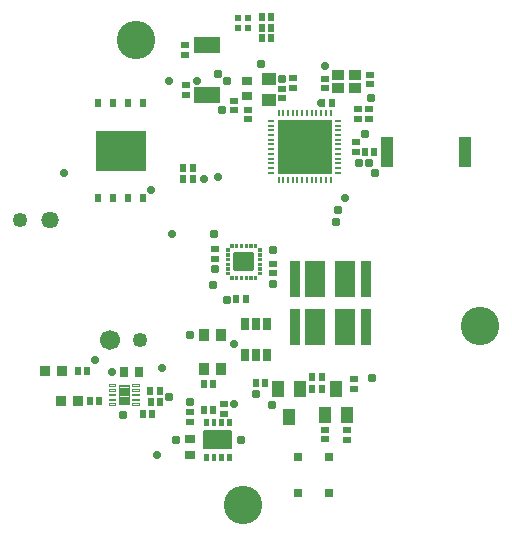
<source format=gts>
G75*
%MOIN*%
%OFA0B0*%
%FSLAX25Y25*%
%IPPOS*%
%LPD*%
%AMOC8*
5,1,8,0,0,1.08239X$1,22.5*
%
%ADD10C,0.12798*%
%ADD11R,0.06893X0.12011*%
%ADD12R,0.03350X0.12011*%
%ADD13R,0.02917X0.04098*%
%ADD14R,0.02956X0.02169*%
%ADD15R,0.03743X0.02956*%
%ADD16R,0.02169X0.02956*%
%ADD17R,0.02169X0.00987*%
%ADD18R,0.00987X0.02169*%
%ADD19R,0.18310X0.18310*%
%ADD20R,0.02956X0.03743*%
%ADD21R,0.03350X0.03350*%
%ADD22C,0.00494*%
%ADD23C,0.00374*%
%ADD24C,0.00650*%
%ADD25C,0.00138*%
%ADD26R,0.03743X0.04137*%
%ADD27R,0.04200X0.10200*%
%ADD28R,0.04137X0.05712*%
%ADD29R,0.01972X0.01972*%
%ADD30R,0.03940X0.03546*%
%ADD31R,0.04531X0.04137*%
%ADD32R,0.02700X0.02800*%
%ADD33C,0.00197*%
%ADD34C,0.01253*%
%ADD35R,0.08861X0.05318*%
%ADD36R,0.02169X0.03153*%
%ADD37R,0.17100X0.13600*%
%ADD38C,0.05543*%
%ADD39C,0.05743*%
%ADD40C,0.06496*%
%ADD41C,0.06696*%
%ADD42C,0.04924*%
%ADD43C,0.03000*%
%ADD44C,0.03200*%
%ADD45C,0.02919*%
%ADD46C,0.03119*%
%ADD47C,0.02900*%
%ADD48C,0.03100*%
%ADD49C,0.02600*%
%ADD50C,0.02800*%
D10*
X0054300Y0163700D03*
X0169000Y0068400D03*
X0090000Y0008800D03*
D11*
X0123841Y0083974D03*
X0123841Y0068226D03*
X0113959Y0068226D03*
X0113959Y0083974D03*
D12*
X0130731Y0083974D03*
X0130731Y0068226D03*
X0107069Y0068226D03*
X0107069Y0083974D03*
D13*
X0098040Y0069018D03*
X0094300Y0069018D03*
X0090560Y0069018D03*
X0090560Y0058782D03*
X0094300Y0058782D03*
X0098040Y0058782D03*
D14*
X0127500Y0129775D03*
X0127500Y0126625D03*
X0128200Y0140675D03*
X0128200Y0137525D03*
X0131800Y0140675D03*
X0131800Y0137525D03*
X0132200Y0149125D03*
X0132200Y0152275D03*
X0117100Y0150875D03*
X0117100Y0147725D03*
X0102900Y0147575D03*
X0102900Y0144425D03*
X0091500Y0140475D03*
X0091500Y0137325D03*
X0086722Y0140437D03*
X0086722Y0143587D03*
X0083400Y0042375D03*
X0083400Y0039225D03*
X0072300Y0039675D03*
X0072300Y0036525D03*
X0080700Y0090825D03*
X0080700Y0093975D03*
X0100000Y0089175D03*
X0100000Y0086025D03*
X0117100Y0030725D03*
X0117100Y0033875D03*
X0124700Y0033775D03*
X0124700Y0030625D03*
X0127000Y0047525D03*
X0127000Y0050675D03*
X0106600Y0151075D03*
X0106600Y0147925D03*
X0070400Y0158925D03*
X0070400Y0162075D03*
X0070900Y0148675D03*
X0070900Y0145525D03*
D15*
X0091200Y0150159D03*
X0091200Y0145041D03*
X0072200Y0030659D03*
X0072200Y0025541D03*
D16*
X0116325Y0142900D03*
X0119475Y0142900D03*
X0059575Y0039200D03*
X0056425Y0039200D03*
X0079975Y0049300D03*
X0076825Y0049300D03*
X0094133Y0049385D03*
X0097282Y0049385D03*
X0087625Y0077400D03*
X0090775Y0077400D03*
X0116075Y0051500D03*
X0112925Y0051500D03*
X0116075Y0047500D03*
X0112925Y0047500D03*
X0079975Y0040500D03*
X0076825Y0040500D03*
X0034725Y0053400D03*
X0037875Y0053400D03*
X0038725Y0043600D03*
X0041875Y0043600D03*
X0062275Y0043000D03*
X0059125Y0043000D03*
X0062175Y0046700D03*
X0059025Y0046700D03*
X0099275Y0171400D03*
X0096125Y0171400D03*
X0099275Y0164500D03*
X0096125Y0164500D03*
X0099275Y0167900D03*
X0096125Y0167900D03*
X0130525Y0126600D03*
X0133675Y0126600D03*
X0069925Y0121000D03*
X0073075Y0121000D03*
X0073175Y0117500D03*
X0070025Y0117500D03*
D17*
X0099180Y0136861D03*
X0099180Y0135287D03*
X0099180Y0133712D03*
X0099180Y0132137D03*
X0099180Y0130562D03*
X0099180Y0128987D03*
X0099180Y0127413D03*
X0099180Y0125838D03*
X0099180Y0124263D03*
X0099180Y0122688D03*
X0099180Y0121113D03*
X0099180Y0119539D03*
X0121620Y0119539D03*
X0121620Y0121113D03*
X0121620Y0122688D03*
X0121620Y0124263D03*
X0121620Y0125838D03*
X0121620Y0127413D03*
X0121620Y0128987D03*
X0121620Y0130562D03*
X0121620Y0132137D03*
X0121620Y0133712D03*
X0121620Y0135287D03*
X0121620Y0136861D03*
D18*
X0101739Y0116980D03*
X0103313Y0116980D03*
X0104888Y0116980D03*
X0106463Y0116980D03*
X0108038Y0116980D03*
X0109613Y0116980D03*
X0111187Y0116980D03*
X0112762Y0116980D03*
X0114337Y0116980D03*
X0115912Y0116980D03*
X0117487Y0116980D03*
X0119061Y0116980D03*
X0119061Y0139420D03*
X0117487Y0139420D03*
X0115912Y0139420D03*
X0114337Y0139420D03*
X0112762Y0139420D03*
X0111187Y0139420D03*
X0109613Y0139420D03*
X0108038Y0139420D03*
X0106463Y0139420D03*
X0104888Y0139420D03*
X0103313Y0139420D03*
X0101739Y0139420D03*
D19*
X0110400Y0128200D03*
D20*
X0050141Y0053300D03*
X0055259Y0053300D03*
D21*
X0029653Y0053400D03*
X0023747Y0053400D03*
X0034953Y0043600D03*
X0029047Y0043600D03*
D22*
X0047197Y0048504D02*
X0045129Y0048504D01*
X0045129Y0048996D01*
X0047197Y0048996D01*
X0047197Y0048504D01*
X0047197Y0046929D02*
X0045129Y0046929D01*
X0045129Y0047421D01*
X0047197Y0047421D01*
X0047197Y0046929D01*
X0047197Y0045354D02*
X0045129Y0045354D01*
X0045129Y0045846D01*
X0047197Y0045846D01*
X0047197Y0045354D01*
X0047197Y0043779D02*
X0045129Y0043779D01*
X0045129Y0044271D01*
X0047197Y0044271D01*
X0047197Y0043779D01*
X0047197Y0042204D02*
X0045129Y0042204D01*
X0045129Y0042696D01*
X0047197Y0042696D01*
X0047197Y0042204D01*
X0055071Y0042204D02*
X0053003Y0042204D01*
X0053003Y0042696D01*
X0055071Y0042696D01*
X0055071Y0042204D01*
X0055071Y0043779D02*
X0053003Y0043779D01*
X0053003Y0044271D01*
X0055071Y0044271D01*
X0055071Y0043779D01*
X0055071Y0045354D02*
X0053003Y0045354D01*
X0053003Y0045846D01*
X0055071Y0045846D01*
X0055071Y0045354D01*
X0055071Y0046929D02*
X0053003Y0046929D01*
X0053003Y0047421D01*
X0055071Y0047421D01*
X0055071Y0046929D01*
X0055071Y0048504D02*
X0053003Y0048504D01*
X0053003Y0048996D01*
X0055071Y0048996D01*
X0055071Y0048504D01*
D23*
X0051784Y0048859D02*
X0051784Y0042341D01*
X0048416Y0042341D01*
X0048416Y0048859D01*
X0051784Y0048859D01*
X0051784Y0042714D02*
X0048416Y0042714D01*
X0048416Y0043087D02*
X0051784Y0043087D01*
X0051784Y0043460D02*
X0048416Y0043460D01*
X0048416Y0043833D02*
X0051784Y0043833D01*
X0051784Y0044206D02*
X0048416Y0044206D01*
X0048416Y0044579D02*
X0051784Y0044579D01*
X0051784Y0044952D02*
X0048416Y0044952D01*
X0048416Y0045325D02*
X0051784Y0045325D01*
X0051784Y0045698D02*
X0048416Y0045698D01*
X0048416Y0046071D02*
X0051784Y0046071D01*
X0051784Y0046444D02*
X0048416Y0046444D01*
X0048416Y0046817D02*
X0051784Y0046817D01*
X0051784Y0047190D02*
X0048416Y0047190D01*
X0048416Y0047563D02*
X0051784Y0047563D01*
X0051784Y0047936D02*
X0048416Y0047936D01*
X0048416Y0048309D02*
X0051784Y0048309D01*
X0051784Y0048682D02*
X0048416Y0048682D01*
D24*
X0085799Y0033524D02*
X0085799Y0027676D01*
X0076801Y0027676D01*
X0076801Y0033524D01*
X0085799Y0033524D01*
X0085799Y0028325D02*
X0076801Y0028325D01*
X0076801Y0028974D02*
X0085799Y0028974D01*
X0085799Y0029623D02*
X0076801Y0029623D01*
X0076801Y0030272D02*
X0085799Y0030272D01*
X0085799Y0030921D02*
X0076801Y0030921D01*
X0076801Y0031570D02*
X0085799Y0031570D01*
X0085799Y0032219D02*
X0076801Y0032219D01*
X0076801Y0032868D02*
X0085799Y0032868D01*
X0085799Y0033517D02*
X0076801Y0033517D01*
D25*
X0078082Y0025709D02*
X0078082Y0023679D01*
X0076840Y0023679D01*
X0076840Y0025709D01*
X0078082Y0025709D01*
X0078082Y0023816D02*
X0076840Y0023816D01*
X0076840Y0023953D02*
X0078082Y0023953D01*
X0078082Y0024090D02*
X0076840Y0024090D01*
X0076840Y0024227D02*
X0078082Y0024227D01*
X0078082Y0024364D02*
X0076840Y0024364D01*
X0076840Y0024501D02*
X0078082Y0024501D01*
X0078082Y0024638D02*
X0076840Y0024638D01*
X0076840Y0024775D02*
X0078082Y0024775D01*
X0078082Y0024912D02*
X0076840Y0024912D01*
X0076840Y0025049D02*
X0078082Y0025049D01*
X0078082Y0025186D02*
X0076840Y0025186D01*
X0076840Y0025323D02*
X0078082Y0025323D01*
X0078082Y0025460D02*
X0076840Y0025460D01*
X0076840Y0025597D02*
X0078082Y0025597D01*
X0080641Y0025709D02*
X0080641Y0023679D01*
X0079399Y0023679D01*
X0079399Y0025709D01*
X0080641Y0025709D01*
X0080641Y0023816D02*
X0079399Y0023816D01*
X0079399Y0023953D02*
X0080641Y0023953D01*
X0080641Y0024090D02*
X0079399Y0024090D01*
X0079399Y0024227D02*
X0080641Y0024227D01*
X0080641Y0024364D02*
X0079399Y0024364D01*
X0079399Y0024501D02*
X0080641Y0024501D01*
X0080641Y0024638D02*
X0079399Y0024638D01*
X0079399Y0024775D02*
X0080641Y0024775D01*
X0080641Y0024912D02*
X0079399Y0024912D01*
X0079399Y0025049D02*
X0080641Y0025049D01*
X0080641Y0025186D02*
X0079399Y0025186D01*
X0079399Y0025323D02*
X0080641Y0025323D01*
X0080641Y0025460D02*
X0079399Y0025460D01*
X0079399Y0025597D02*
X0080641Y0025597D01*
X0083201Y0025709D02*
X0083201Y0023679D01*
X0081959Y0023679D01*
X0081959Y0025709D01*
X0083201Y0025709D01*
X0083201Y0023816D02*
X0081959Y0023816D01*
X0081959Y0023953D02*
X0083201Y0023953D01*
X0083201Y0024090D02*
X0081959Y0024090D01*
X0081959Y0024227D02*
X0083201Y0024227D01*
X0083201Y0024364D02*
X0081959Y0024364D01*
X0081959Y0024501D02*
X0083201Y0024501D01*
X0083201Y0024638D02*
X0081959Y0024638D01*
X0081959Y0024775D02*
X0083201Y0024775D01*
X0083201Y0024912D02*
X0081959Y0024912D01*
X0081959Y0025049D02*
X0083201Y0025049D01*
X0083201Y0025186D02*
X0081959Y0025186D01*
X0081959Y0025323D02*
X0083201Y0025323D01*
X0083201Y0025460D02*
X0081959Y0025460D01*
X0081959Y0025597D02*
X0083201Y0025597D01*
X0085760Y0025709D02*
X0085760Y0023679D01*
X0084518Y0023679D01*
X0084518Y0025709D01*
X0085760Y0025709D01*
X0085760Y0023816D02*
X0084518Y0023816D01*
X0084518Y0023953D02*
X0085760Y0023953D01*
X0085760Y0024090D02*
X0084518Y0024090D01*
X0084518Y0024227D02*
X0085760Y0024227D01*
X0085760Y0024364D02*
X0084518Y0024364D01*
X0084518Y0024501D02*
X0085760Y0024501D01*
X0085760Y0024638D02*
X0084518Y0024638D01*
X0084518Y0024775D02*
X0085760Y0024775D01*
X0085760Y0024912D02*
X0084518Y0024912D01*
X0084518Y0025049D02*
X0085760Y0025049D01*
X0085760Y0025186D02*
X0084518Y0025186D01*
X0084518Y0025323D02*
X0085760Y0025323D01*
X0085760Y0025460D02*
X0084518Y0025460D01*
X0084518Y0025597D02*
X0085760Y0025597D01*
X0085760Y0037521D02*
X0085760Y0035491D01*
X0084518Y0035491D01*
X0084518Y0037521D01*
X0085760Y0037521D01*
X0085760Y0035628D02*
X0084518Y0035628D01*
X0084518Y0035765D02*
X0085760Y0035765D01*
X0085760Y0035902D02*
X0084518Y0035902D01*
X0084518Y0036039D02*
X0085760Y0036039D01*
X0085760Y0036176D02*
X0084518Y0036176D01*
X0084518Y0036313D02*
X0085760Y0036313D01*
X0085760Y0036450D02*
X0084518Y0036450D01*
X0084518Y0036587D02*
X0085760Y0036587D01*
X0085760Y0036724D02*
X0084518Y0036724D01*
X0084518Y0036861D02*
X0085760Y0036861D01*
X0085760Y0036998D02*
X0084518Y0036998D01*
X0084518Y0037135D02*
X0085760Y0037135D01*
X0085760Y0037272D02*
X0084518Y0037272D01*
X0084518Y0037409D02*
X0085760Y0037409D01*
X0083201Y0037521D02*
X0083201Y0035491D01*
X0081959Y0035491D01*
X0081959Y0037521D01*
X0083201Y0037521D01*
X0083201Y0035628D02*
X0081959Y0035628D01*
X0081959Y0035765D02*
X0083201Y0035765D01*
X0083201Y0035902D02*
X0081959Y0035902D01*
X0081959Y0036039D02*
X0083201Y0036039D01*
X0083201Y0036176D02*
X0081959Y0036176D01*
X0081959Y0036313D02*
X0083201Y0036313D01*
X0083201Y0036450D02*
X0081959Y0036450D01*
X0081959Y0036587D02*
X0083201Y0036587D01*
X0083201Y0036724D02*
X0081959Y0036724D01*
X0081959Y0036861D02*
X0083201Y0036861D01*
X0083201Y0036998D02*
X0081959Y0036998D01*
X0081959Y0037135D02*
X0083201Y0037135D01*
X0083201Y0037272D02*
X0081959Y0037272D01*
X0081959Y0037409D02*
X0083201Y0037409D01*
X0080641Y0037521D02*
X0080641Y0035491D01*
X0079399Y0035491D01*
X0079399Y0037521D01*
X0080641Y0037521D01*
X0080641Y0035628D02*
X0079399Y0035628D01*
X0079399Y0035765D02*
X0080641Y0035765D01*
X0080641Y0035902D02*
X0079399Y0035902D01*
X0079399Y0036039D02*
X0080641Y0036039D01*
X0080641Y0036176D02*
X0079399Y0036176D01*
X0079399Y0036313D02*
X0080641Y0036313D01*
X0080641Y0036450D02*
X0079399Y0036450D01*
X0079399Y0036587D02*
X0080641Y0036587D01*
X0080641Y0036724D02*
X0079399Y0036724D01*
X0079399Y0036861D02*
X0080641Y0036861D01*
X0080641Y0036998D02*
X0079399Y0036998D01*
X0079399Y0037135D02*
X0080641Y0037135D01*
X0080641Y0037272D02*
X0079399Y0037272D01*
X0079399Y0037409D02*
X0080641Y0037409D01*
X0078082Y0037521D02*
X0078082Y0035491D01*
X0076840Y0035491D01*
X0076840Y0037521D01*
X0078082Y0037521D01*
X0078082Y0035628D02*
X0076840Y0035628D01*
X0076840Y0035765D02*
X0078082Y0035765D01*
X0078082Y0035902D02*
X0076840Y0035902D01*
X0076840Y0036039D02*
X0078082Y0036039D01*
X0078082Y0036176D02*
X0076840Y0036176D01*
X0076840Y0036313D02*
X0078082Y0036313D01*
X0078082Y0036450D02*
X0076840Y0036450D01*
X0076840Y0036587D02*
X0078082Y0036587D01*
X0078082Y0036724D02*
X0076840Y0036724D01*
X0076840Y0036861D02*
X0078082Y0036861D01*
X0078082Y0036998D02*
X0076840Y0036998D01*
X0076840Y0037135D02*
X0078082Y0037135D01*
X0078082Y0037272D02*
X0076840Y0037272D01*
X0076840Y0037409D02*
X0078082Y0037409D01*
D26*
X0082653Y0065609D03*
X0076747Y0065609D03*
X0076747Y0054191D03*
X0082653Y0054191D03*
D27*
X0138000Y0126600D03*
X0164000Y0126600D03*
D28*
X0120884Y0047540D03*
X0124624Y0038878D03*
X0117144Y0038878D03*
X0105120Y0038052D03*
X0101380Y0047501D03*
X0108860Y0047501D03*
D29*
X0088327Y0171173D03*
X0091673Y0171173D03*
X0091673Y0167827D03*
X0088327Y0167827D03*
D30*
X0121646Y0147736D03*
X0127354Y0147736D03*
X0127354Y0152264D03*
X0121646Y0152264D03*
D31*
X0098700Y0143954D03*
X0098700Y0150646D03*
D32*
X0118440Y0024900D03*
X0118440Y0012700D03*
X0108360Y0024900D03*
X0108360Y0012700D03*
D33*
X0085277Y0094332D02*
X0085277Y0093542D01*
X0084093Y0093542D01*
X0084093Y0094332D01*
X0085277Y0094332D01*
X0085277Y0093738D02*
X0084093Y0093738D01*
X0084093Y0093934D02*
X0085277Y0093934D01*
X0085277Y0094130D02*
X0084093Y0094130D01*
X0084093Y0094326D02*
X0085277Y0094326D01*
X0085277Y0092757D02*
X0085277Y0091967D01*
X0084093Y0091967D01*
X0084093Y0092757D01*
X0085277Y0092757D01*
X0085277Y0092163D02*
X0084093Y0092163D01*
X0084093Y0092359D02*
X0085277Y0092359D01*
X0085277Y0092555D02*
X0084093Y0092555D01*
X0084093Y0092751D02*
X0085277Y0092751D01*
X0085277Y0091182D02*
X0085277Y0090392D01*
X0084093Y0090392D01*
X0084093Y0091182D01*
X0085277Y0091182D01*
X0085277Y0090588D02*
X0084093Y0090588D01*
X0084093Y0090784D02*
X0085277Y0090784D01*
X0085277Y0090980D02*
X0084093Y0090980D01*
X0084093Y0091176D02*
X0085277Y0091176D01*
X0085277Y0089608D02*
X0085277Y0088818D01*
X0084093Y0088818D01*
X0084093Y0089608D01*
X0085277Y0089608D01*
X0085277Y0089014D02*
X0084093Y0089014D01*
X0084093Y0089210D02*
X0085277Y0089210D01*
X0085277Y0089406D02*
X0084093Y0089406D01*
X0084093Y0089602D02*
X0085277Y0089602D01*
X0085277Y0088033D02*
X0085277Y0087243D01*
X0084093Y0087243D01*
X0084093Y0088033D01*
X0085277Y0088033D01*
X0085277Y0087439D02*
X0084093Y0087439D01*
X0084093Y0087635D02*
X0085277Y0087635D01*
X0085277Y0087831D02*
X0084093Y0087831D01*
X0084093Y0088027D02*
X0085277Y0088027D01*
X0085277Y0086458D02*
X0085277Y0085668D01*
X0084093Y0085668D01*
X0084093Y0086458D01*
X0085277Y0086458D01*
X0085277Y0085864D02*
X0084093Y0085864D01*
X0084093Y0086060D02*
X0085277Y0086060D01*
X0085277Y0086256D02*
X0084093Y0086256D01*
X0084093Y0086452D02*
X0085277Y0086452D01*
X0086458Y0084093D02*
X0085668Y0084093D01*
X0085668Y0085277D01*
X0086458Y0085277D01*
X0086458Y0084093D01*
X0086458Y0084289D02*
X0085668Y0084289D01*
X0085668Y0084485D02*
X0086458Y0084485D01*
X0086458Y0084681D02*
X0085668Y0084681D01*
X0085668Y0084877D02*
X0086458Y0084877D01*
X0086458Y0085073D02*
X0085668Y0085073D01*
X0085668Y0085269D02*
X0086458Y0085269D01*
X0088033Y0084093D02*
X0087243Y0084093D01*
X0087243Y0085277D01*
X0088033Y0085277D01*
X0088033Y0084093D01*
X0088033Y0084289D02*
X0087243Y0084289D01*
X0087243Y0084485D02*
X0088033Y0084485D01*
X0088033Y0084681D02*
X0087243Y0084681D01*
X0087243Y0084877D02*
X0088033Y0084877D01*
X0088033Y0085073D02*
X0087243Y0085073D01*
X0087243Y0085269D02*
X0088033Y0085269D01*
X0089608Y0084093D02*
X0088818Y0084093D01*
X0088818Y0085277D01*
X0089608Y0085277D01*
X0089608Y0084093D01*
X0089608Y0084289D02*
X0088818Y0084289D01*
X0088818Y0084485D02*
X0089608Y0084485D01*
X0089608Y0084681D02*
X0088818Y0084681D01*
X0088818Y0084877D02*
X0089608Y0084877D01*
X0089608Y0085073D02*
X0088818Y0085073D01*
X0088818Y0085269D02*
X0089608Y0085269D01*
X0091182Y0084093D02*
X0090392Y0084093D01*
X0090392Y0085277D01*
X0091182Y0085277D01*
X0091182Y0084093D01*
X0091182Y0084289D02*
X0090392Y0084289D01*
X0090392Y0084485D02*
X0091182Y0084485D01*
X0091182Y0084681D02*
X0090392Y0084681D01*
X0090392Y0084877D02*
X0091182Y0084877D01*
X0091182Y0085073D02*
X0090392Y0085073D01*
X0090392Y0085269D02*
X0091182Y0085269D01*
X0092757Y0084093D02*
X0091967Y0084093D01*
X0091967Y0085277D01*
X0092757Y0085277D01*
X0092757Y0084093D01*
X0092757Y0084289D02*
X0091967Y0084289D01*
X0091967Y0084485D02*
X0092757Y0084485D01*
X0092757Y0084681D02*
X0091967Y0084681D01*
X0091967Y0084877D02*
X0092757Y0084877D01*
X0092757Y0085073D02*
X0091967Y0085073D01*
X0091967Y0085269D02*
X0092757Y0085269D01*
X0094332Y0084093D02*
X0093542Y0084093D01*
X0093542Y0085277D01*
X0094332Y0085277D01*
X0094332Y0084093D01*
X0094332Y0084289D02*
X0093542Y0084289D01*
X0093542Y0084485D02*
X0094332Y0084485D01*
X0094332Y0084681D02*
X0093542Y0084681D01*
X0093542Y0084877D02*
X0094332Y0084877D01*
X0094332Y0085073D02*
X0093542Y0085073D01*
X0093542Y0085269D02*
X0094332Y0085269D01*
X0095907Y0086458D02*
X0095907Y0085668D01*
X0094723Y0085668D01*
X0094723Y0086458D01*
X0095907Y0086458D01*
X0095907Y0085864D02*
X0094723Y0085864D01*
X0094723Y0086060D02*
X0095907Y0086060D01*
X0095907Y0086256D02*
X0094723Y0086256D01*
X0094723Y0086452D02*
X0095907Y0086452D01*
X0095907Y0088033D02*
X0095907Y0087243D01*
X0094723Y0087243D01*
X0094723Y0088033D01*
X0095907Y0088033D01*
X0095907Y0087439D02*
X0094723Y0087439D01*
X0094723Y0087635D02*
X0095907Y0087635D01*
X0095907Y0087831D02*
X0094723Y0087831D01*
X0094723Y0088027D02*
X0095907Y0088027D01*
X0095907Y0089608D02*
X0095907Y0088818D01*
X0094723Y0088818D01*
X0094723Y0089608D01*
X0095907Y0089608D01*
X0095907Y0089014D02*
X0094723Y0089014D01*
X0094723Y0089210D02*
X0095907Y0089210D01*
X0095907Y0089406D02*
X0094723Y0089406D01*
X0094723Y0089602D02*
X0095907Y0089602D01*
X0095907Y0091182D02*
X0095907Y0090392D01*
X0094723Y0090392D01*
X0094723Y0091182D01*
X0095907Y0091182D01*
X0095907Y0090588D02*
X0094723Y0090588D01*
X0094723Y0090784D02*
X0095907Y0090784D01*
X0095907Y0090980D02*
X0094723Y0090980D01*
X0094723Y0091176D02*
X0095907Y0091176D01*
X0095907Y0092757D02*
X0095907Y0091967D01*
X0094723Y0091967D01*
X0094723Y0092757D01*
X0095907Y0092757D01*
X0095907Y0092163D02*
X0094723Y0092163D01*
X0094723Y0092359D02*
X0095907Y0092359D01*
X0095907Y0092555D02*
X0094723Y0092555D01*
X0094723Y0092751D02*
X0095907Y0092751D01*
X0095907Y0094332D02*
X0095907Y0093542D01*
X0094723Y0093542D01*
X0094723Y0094332D01*
X0095907Y0094332D01*
X0095907Y0093738D02*
X0094723Y0093738D01*
X0094723Y0093934D02*
X0095907Y0093934D01*
X0095907Y0094130D02*
X0094723Y0094130D01*
X0094723Y0094326D02*
X0095907Y0094326D01*
X0093542Y0095907D02*
X0094332Y0095907D01*
X0094332Y0094723D01*
X0093542Y0094723D01*
X0093542Y0095907D01*
X0093542Y0094919D02*
X0094332Y0094919D01*
X0094332Y0095115D02*
X0093542Y0095115D01*
X0093542Y0095311D02*
X0094332Y0095311D01*
X0094332Y0095507D02*
X0093542Y0095507D01*
X0093542Y0095703D02*
X0094332Y0095703D01*
X0094332Y0095899D02*
X0093542Y0095899D01*
X0092757Y0094723D02*
X0091967Y0094723D01*
X0091967Y0095907D01*
X0092757Y0095907D01*
X0092757Y0094723D01*
X0092757Y0094919D02*
X0091967Y0094919D01*
X0091967Y0095115D02*
X0092757Y0095115D01*
X0092757Y0095311D02*
X0091967Y0095311D01*
X0091967Y0095507D02*
X0092757Y0095507D01*
X0092757Y0095703D02*
X0091967Y0095703D01*
X0091967Y0095899D02*
X0092757Y0095899D01*
X0091182Y0094723D02*
X0090392Y0094723D01*
X0090392Y0095907D01*
X0091182Y0095907D01*
X0091182Y0094723D01*
X0091182Y0094919D02*
X0090392Y0094919D01*
X0090392Y0095115D02*
X0091182Y0095115D01*
X0091182Y0095311D02*
X0090392Y0095311D01*
X0090392Y0095507D02*
X0091182Y0095507D01*
X0091182Y0095703D02*
X0090392Y0095703D01*
X0090392Y0095899D02*
X0091182Y0095899D01*
X0089608Y0094723D02*
X0088818Y0094723D01*
X0088818Y0095907D01*
X0089608Y0095907D01*
X0089608Y0094723D01*
X0089608Y0094919D02*
X0088818Y0094919D01*
X0088818Y0095115D02*
X0089608Y0095115D01*
X0089608Y0095311D02*
X0088818Y0095311D01*
X0088818Y0095507D02*
X0089608Y0095507D01*
X0089608Y0095703D02*
X0088818Y0095703D01*
X0088818Y0095899D02*
X0089608Y0095899D01*
X0088033Y0094723D02*
X0087243Y0094723D01*
X0087243Y0095907D01*
X0088033Y0095907D01*
X0088033Y0094723D01*
X0088033Y0094919D02*
X0087243Y0094919D01*
X0087243Y0095115D02*
X0088033Y0095115D01*
X0088033Y0095311D02*
X0087243Y0095311D01*
X0087243Y0095507D02*
X0088033Y0095507D01*
X0088033Y0095703D02*
X0087243Y0095703D01*
X0087243Y0095899D02*
X0088033Y0095899D01*
X0086458Y0094723D02*
X0085668Y0094723D01*
X0085668Y0095907D01*
X0086458Y0095907D01*
X0086458Y0094723D01*
X0086458Y0094919D02*
X0085668Y0094919D01*
X0085668Y0095115D02*
X0086458Y0095115D01*
X0086458Y0095311D02*
X0085668Y0095311D01*
X0085668Y0095507D02*
X0086458Y0095507D01*
X0086458Y0095703D02*
X0085668Y0095703D01*
X0085668Y0095899D02*
X0086458Y0095899D01*
D34*
X0092820Y0092505D02*
X0092820Y0087495D01*
X0087180Y0087495D01*
X0087180Y0092505D01*
X0092820Y0092505D01*
X0092820Y0088747D02*
X0087180Y0088747D01*
X0087180Y0089999D02*
X0092820Y0089999D01*
X0092820Y0091251D02*
X0087180Y0091251D01*
X0087180Y0092503D02*
X0092820Y0092503D01*
D35*
X0077900Y0162068D03*
X0077900Y0145532D03*
D36*
X0041700Y0111150D03*
X0046700Y0111150D03*
X0051700Y0111150D03*
X0056700Y0111150D03*
X0041700Y0142650D03*
X0046700Y0142650D03*
X0051700Y0142650D03*
X0056700Y0142650D03*
D37*
X0049200Y0126900D03*
D38*
X0025400Y0103800D03*
D39*
X0025400Y0103800D03*
D40*
X0045400Y0063800D03*
D41*
X0045400Y0063800D03*
D42*
X0015400Y0103800D03*
X0055400Y0063800D03*
D43*
X0112400Y0130200D03*
X0108400Y0126200D03*
X0112400Y0126200D03*
D44*
X0112400Y0130200D03*
X0108400Y0126200D03*
X0112400Y0126200D03*
D45*
X0108400Y0130300D03*
D46*
X0108400Y0130300D03*
D47*
X0067400Y0030600D03*
X0089100Y0030600D03*
X0072300Y0043200D03*
X0050000Y0038900D03*
X0065300Y0044800D03*
X0094100Y0045700D03*
X0099600Y0042300D03*
X0084500Y0077300D03*
X0080700Y0087500D03*
X0100000Y0093900D03*
X0132900Y0051300D03*
X0084400Y0150200D03*
X0103000Y0150800D03*
X0130500Y0132400D03*
X0131900Y0122800D03*
X0133900Y0119500D03*
X0128700Y0122900D03*
X0072300Y0065600D03*
X0083000Y0140500D03*
X0132400Y0144500D03*
X0081600Y0152600D03*
X0095800Y0155900D03*
X0121600Y0107200D03*
X0121000Y0103100D03*
X0080300Y0099000D03*
X0079800Y0082300D03*
X0100000Y0082600D03*
D48*
X0067400Y0030600D03*
X0089100Y0030600D03*
X0072300Y0043200D03*
X0050000Y0038900D03*
X0065300Y0044800D03*
X0094100Y0045700D03*
X0099600Y0042300D03*
X0084500Y0077300D03*
X0080700Y0087500D03*
X0100000Y0093900D03*
X0132900Y0051300D03*
X0084400Y0150200D03*
X0103000Y0150800D03*
X0130500Y0132400D03*
X0131900Y0122800D03*
X0133900Y0119500D03*
X0128700Y0122900D03*
X0072300Y0065600D03*
X0083000Y0140500D03*
X0132400Y0144500D03*
X0081600Y0152600D03*
X0095800Y0155900D03*
X0121600Y0107200D03*
X0121000Y0103100D03*
X0080300Y0099000D03*
X0079800Y0082300D03*
X0100000Y0082600D03*
D49*
X0115900Y0142900D03*
X0117100Y0155100D03*
X0086800Y0062400D03*
X0086800Y0042400D03*
X0074500Y0150200D03*
X0065300Y0150300D03*
X0059300Y0113700D03*
X0076900Y0117500D03*
X0046200Y0053300D03*
X0040700Y0057000D03*
X0030200Y0119400D03*
X0123900Y0111000D03*
X0061100Y0025600D03*
X0062900Y0054500D03*
X0066100Y0099100D03*
X0081500Y0118000D03*
D50*
X0115900Y0142900D03*
X0117100Y0155100D03*
X0086800Y0062400D03*
X0086800Y0042400D03*
X0074500Y0150200D03*
X0065300Y0150300D03*
X0059300Y0113700D03*
X0076900Y0117500D03*
X0046200Y0053300D03*
X0040700Y0057000D03*
X0030200Y0119400D03*
X0123900Y0111000D03*
X0061100Y0025600D03*
X0062900Y0054500D03*
X0066100Y0099100D03*
X0081500Y0118000D03*
M02*

</source>
